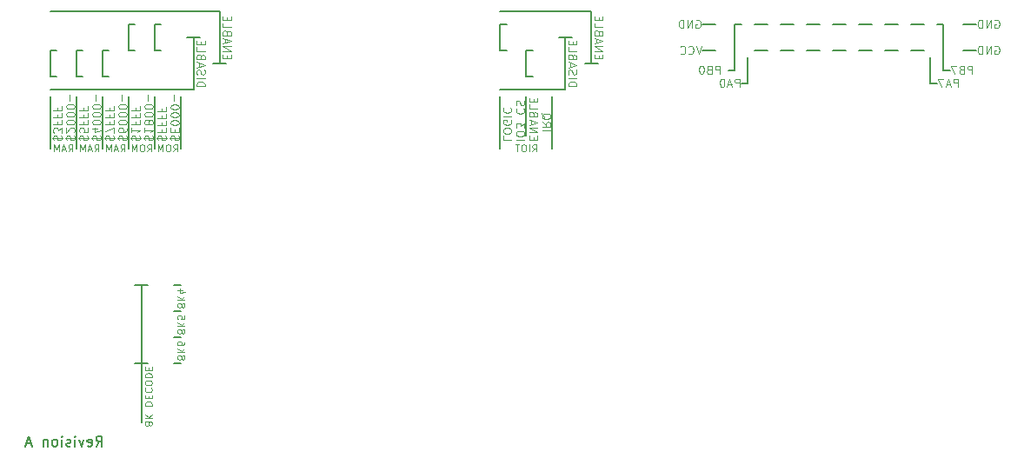
<source format=gbo>
G04 #@! TF.FileFunction,Legend,Bot*
%FSLAX46Y46*%
G04 Gerber Fmt 4.6, Leading zero omitted, Abs format (unit mm)*
G04 Created by KiCad (PCBNEW 4.0.7) date 09/22/19 17:36:09*
%MOMM*%
%LPD*%
G01*
G04 APERTURE LIST*
%ADD10C,0.100000*%
%ADD11C,0.200000*%
%ADD12C,0.150000*%
G04 APERTURE END LIST*
D10*
D11*
X103505000Y-128905000D02*
X102870000Y-128905000D01*
X103505000Y-128905000D02*
X104140000Y-128905000D01*
X106680000Y-128905000D02*
X107315000Y-128905000D01*
X106680000Y-123825000D02*
X107315000Y-123825000D01*
X106680000Y-121285000D02*
X107315000Y-121285000D01*
X106680000Y-126365000D02*
X107315000Y-126365000D01*
X103505000Y-134620000D02*
X103505000Y-121285000D01*
D10*
X104223333Y-134813332D02*
X104256667Y-134879999D01*
X104290000Y-134913332D01*
X104356667Y-134946666D01*
X104390000Y-134946666D01*
X104456667Y-134913332D01*
X104490000Y-134879999D01*
X104523333Y-134813332D01*
X104523333Y-134679999D01*
X104490000Y-134613332D01*
X104456667Y-134579999D01*
X104390000Y-134546666D01*
X104356667Y-134546666D01*
X104290000Y-134579999D01*
X104256667Y-134613332D01*
X104223333Y-134679999D01*
X104223333Y-134813332D01*
X104190000Y-134879999D01*
X104156667Y-134913332D01*
X104090000Y-134946666D01*
X103956667Y-134946666D01*
X103890000Y-134913332D01*
X103856667Y-134879999D01*
X103823333Y-134813332D01*
X103823333Y-134679999D01*
X103856667Y-134613332D01*
X103890000Y-134579999D01*
X103956667Y-134546666D01*
X104090000Y-134546666D01*
X104156667Y-134579999D01*
X104190000Y-134613332D01*
X104223333Y-134679999D01*
X103823333Y-134246665D02*
X104523333Y-134246665D01*
X103823333Y-133846665D02*
X104223333Y-134146665D01*
X104523333Y-133846665D02*
X104123333Y-134246665D01*
X103823333Y-133013332D02*
X104523333Y-133013332D01*
X104523333Y-132846666D01*
X104490000Y-132746666D01*
X104423333Y-132679999D01*
X104356667Y-132646666D01*
X104223333Y-132613332D01*
X104123333Y-132613332D01*
X103990000Y-132646666D01*
X103923333Y-132679999D01*
X103856667Y-132746666D01*
X103823333Y-132846666D01*
X103823333Y-133013332D01*
X104190000Y-132313332D02*
X104190000Y-132079999D01*
X103823333Y-131979999D02*
X103823333Y-132313332D01*
X104523333Y-132313332D01*
X104523333Y-131979999D01*
X103890000Y-131279999D02*
X103856667Y-131313333D01*
X103823333Y-131413333D01*
X103823333Y-131479999D01*
X103856667Y-131579999D01*
X103923333Y-131646666D01*
X103990000Y-131679999D01*
X104123333Y-131713333D01*
X104223333Y-131713333D01*
X104356667Y-131679999D01*
X104423333Y-131646666D01*
X104490000Y-131579999D01*
X104523333Y-131479999D01*
X104523333Y-131413333D01*
X104490000Y-131313333D01*
X104456667Y-131279999D01*
X104523333Y-130846666D02*
X104523333Y-130713333D01*
X104490000Y-130646666D01*
X104423333Y-130579999D01*
X104290000Y-130546666D01*
X104056667Y-130546666D01*
X103923333Y-130579999D01*
X103856667Y-130646666D01*
X103823333Y-130713333D01*
X103823333Y-130846666D01*
X103856667Y-130913333D01*
X103923333Y-130979999D01*
X104056667Y-131013333D01*
X104290000Y-131013333D01*
X104423333Y-130979999D01*
X104490000Y-130913333D01*
X104523333Y-130846666D01*
X103823333Y-130246666D02*
X104523333Y-130246666D01*
X104523333Y-130080000D01*
X104490000Y-129980000D01*
X104423333Y-129913333D01*
X104356667Y-129880000D01*
X104223333Y-129846666D01*
X104123333Y-129846666D01*
X103990000Y-129880000D01*
X103923333Y-129913333D01*
X103856667Y-129980000D01*
X103823333Y-130080000D01*
X103823333Y-130246666D01*
X104190000Y-129546666D02*
X104190000Y-129313333D01*
X103823333Y-129213333D02*
X103823333Y-129546666D01*
X104523333Y-129546666D01*
X104523333Y-129213333D01*
D11*
X104140000Y-121285000D02*
X102870000Y-121285000D01*
D10*
X107398333Y-128385000D02*
X107431667Y-128451667D01*
X107465000Y-128485000D01*
X107531667Y-128518334D01*
X107565000Y-128518334D01*
X107631667Y-128485000D01*
X107665000Y-128451667D01*
X107698333Y-128385000D01*
X107698333Y-128251667D01*
X107665000Y-128185000D01*
X107631667Y-128151667D01*
X107565000Y-128118334D01*
X107531667Y-128118334D01*
X107465000Y-128151667D01*
X107431667Y-128185000D01*
X107398333Y-128251667D01*
X107398333Y-128385000D01*
X107365000Y-128451667D01*
X107331667Y-128485000D01*
X107265000Y-128518334D01*
X107131667Y-128518334D01*
X107065000Y-128485000D01*
X107031667Y-128451667D01*
X106998333Y-128385000D01*
X106998333Y-128251667D01*
X107031667Y-128185000D01*
X107065000Y-128151667D01*
X107131667Y-128118334D01*
X107265000Y-128118334D01*
X107331667Y-128151667D01*
X107365000Y-128185000D01*
X107398333Y-128251667D01*
X106998333Y-127818333D02*
X107698333Y-127818333D01*
X106998333Y-127418333D02*
X107398333Y-127718333D01*
X107698333Y-127418333D02*
X107298333Y-127818333D01*
X107698333Y-126818333D02*
X107698333Y-126951667D01*
X107665000Y-127018333D01*
X107631667Y-127051667D01*
X107531667Y-127118333D01*
X107398333Y-127151667D01*
X107131667Y-127151667D01*
X107065000Y-127118333D01*
X107031667Y-127085000D01*
X106998333Y-127018333D01*
X106998333Y-126885000D01*
X107031667Y-126818333D01*
X107065000Y-126785000D01*
X107131667Y-126751667D01*
X107298333Y-126751667D01*
X107365000Y-126785000D01*
X107398333Y-126818333D01*
X107431667Y-126885000D01*
X107431667Y-127018333D01*
X107398333Y-127085000D01*
X107365000Y-127118333D01*
X107298333Y-127151667D01*
X107398333Y-125845000D02*
X107431667Y-125911667D01*
X107465000Y-125945000D01*
X107531667Y-125978334D01*
X107565000Y-125978334D01*
X107631667Y-125945000D01*
X107665000Y-125911667D01*
X107698333Y-125845000D01*
X107698333Y-125711667D01*
X107665000Y-125645000D01*
X107631667Y-125611667D01*
X107565000Y-125578334D01*
X107531667Y-125578334D01*
X107465000Y-125611667D01*
X107431667Y-125645000D01*
X107398333Y-125711667D01*
X107398333Y-125845000D01*
X107365000Y-125911667D01*
X107331667Y-125945000D01*
X107265000Y-125978334D01*
X107131667Y-125978334D01*
X107065000Y-125945000D01*
X107031667Y-125911667D01*
X106998333Y-125845000D01*
X106998333Y-125711667D01*
X107031667Y-125645000D01*
X107065000Y-125611667D01*
X107131667Y-125578334D01*
X107265000Y-125578334D01*
X107331667Y-125611667D01*
X107365000Y-125645000D01*
X107398333Y-125711667D01*
X106998333Y-125278333D02*
X107698333Y-125278333D01*
X106998333Y-124878333D02*
X107398333Y-125178333D01*
X107698333Y-124878333D02*
X107298333Y-125278333D01*
X107698333Y-124245000D02*
X107698333Y-124578333D01*
X107365000Y-124611667D01*
X107398333Y-124578333D01*
X107431667Y-124511667D01*
X107431667Y-124345000D01*
X107398333Y-124278333D01*
X107365000Y-124245000D01*
X107298333Y-124211667D01*
X107131667Y-124211667D01*
X107065000Y-124245000D01*
X107031667Y-124278333D01*
X106998333Y-124345000D01*
X106998333Y-124511667D01*
X107031667Y-124578333D01*
X107065000Y-124611667D01*
X107398333Y-123305000D02*
X107431667Y-123371667D01*
X107465000Y-123405000D01*
X107531667Y-123438334D01*
X107565000Y-123438334D01*
X107631667Y-123405000D01*
X107665000Y-123371667D01*
X107698333Y-123305000D01*
X107698333Y-123171667D01*
X107665000Y-123105000D01*
X107631667Y-123071667D01*
X107565000Y-123038334D01*
X107531667Y-123038334D01*
X107465000Y-123071667D01*
X107431667Y-123105000D01*
X107398333Y-123171667D01*
X107398333Y-123305000D01*
X107365000Y-123371667D01*
X107331667Y-123405000D01*
X107265000Y-123438334D01*
X107131667Y-123438334D01*
X107065000Y-123405000D01*
X107031667Y-123371667D01*
X106998333Y-123305000D01*
X106998333Y-123171667D01*
X107031667Y-123105000D01*
X107065000Y-123071667D01*
X107131667Y-123038334D01*
X107265000Y-123038334D01*
X107331667Y-123071667D01*
X107365000Y-123105000D01*
X107398333Y-123171667D01*
X106998333Y-122738333D02*
X107698333Y-122738333D01*
X106998333Y-122338333D02*
X107398333Y-122638333D01*
X107698333Y-122338333D02*
X107298333Y-122738333D01*
X107465000Y-121738333D02*
X106998333Y-121738333D01*
X107731667Y-121905000D02*
X107231667Y-122071667D01*
X107231667Y-121638333D01*
D11*
X102235000Y-95885000D02*
X102870000Y-95885000D01*
X102235000Y-98425000D02*
X102235000Y-95885000D01*
X102870000Y-98425000D02*
X102235000Y-98425000D01*
X104775000Y-98425000D02*
X105410000Y-98425000D01*
X104775000Y-95885000D02*
X104775000Y-98425000D01*
X105410000Y-95885000D02*
X104775000Y-95885000D01*
D10*
X138703095Y-106743571D02*
X138703095Y-107124524D01*
X139503095Y-107124524D01*
X139503095Y-106324524D02*
X139503095Y-106172143D01*
X139465000Y-106095952D01*
X139388810Y-106019762D01*
X139236429Y-105981667D01*
X138969762Y-105981667D01*
X138817381Y-106019762D01*
X138741190Y-106095952D01*
X138703095Y-106172143D01*
X138703095Y-106324524D01*
X138741190Y-106400714D01*
X138817381Y-106476905D01*
X138969762Y-106515000D01*
X139236429Y-106515000D01*
X139388810Y-106476905D01*
X139465000Y-106400714D01*
X139503095Y-106324524D01*
X139465000Y-105219762D02*
X139503095Y-105295953D01*
X139503095Y-105410238D01*
X139465000Y-105524524D01*
X139388810Y-105600715D01*
X139312619Y-105638810D01*
X139160238Y-105676905D01*
X139045952Y-105676905D01*
X138893571Y-105638810D01*
X138817381Y-105600715D01*
X138741190Y-105524524D01*
X138703095Y-105410238D01*
X138703095Y-105334048D01*
X138741190Y-105219762D01*
X138779286Y-105181667D01*
X139045952Y-105181667D01*
X139045952Y-105334048D01*
X138703095Y-104838810D02*
X139503095Y-104838810D01*
X138779286Y-104000715D02*
X138741190Y-104038810D01*
X138703095Y-104153096D01*
X138703095Y-104229286D01*
X138741190Y-104343572D01*
X138817381Y-104419763D01*
X138893571Y-104457858D01*
X139045952Y-104495953D01*
X139160238Y-104495953D01*
X139312619Y-104457858D01*
X139388810Y-104419763D01*
X139465000Y-104343572D01*
X139503095Y-104229286D01*
X139503095Y-104153096D01*
X139465000Y-104038810D01*
X139426905Y-104000715D01*
D11*
X140970000Y-106680000D02*
X140970000Y-102870000D01*
X143510000Y-107950000D02*
X143510000Y-102870000D01*
X138430000Y-107950000D02*
X138430000Y-102870000D01*
D10*
X142513095Y-106229047D02*
X143313095Y-106229047D01*
X142513095Y-105390952D02*
X142894048Y-105657619D01*
X142513095Y-105848095D02*
X143313095Y-105848095D01*
X143313095Y-105543333D01*
X143275000Y-105467142D01*
X143236905Y-105429047D01*
X143160714Y-105390952D01*
X143046429Y-105390952D01*
X142970238Y-105429047D01*
X142932143Y-105467142D01*
X142894048Y-105543333D01*
X142894048Y-105848095D01*
X142436905Y-104514761D02*
X142475000Y-104590952D01*
X142551190Y-104667142D01*
X142665476Y-104781428D01*
X142703571Y-104857619D01*
X142703571Y-104933809D01*
X142513095Y-104895714D02*
X142551190Y-104971904D01*
X142627381Y-105048095D01*
X142779762Y-105086190D01*
X143046429Y-105086190D01*
X143198810Y-105048095D01*
X143275000Y-104971904D01*
X143313095Y-104895714D01*
X143313095Y-104743333D01*
X143275000Y-104667142D01*
X143198810Y-104590952D01*
X143046429Y-104552857D01*
X142779762Y-104552857D01*
X142627381Y-104590952D01*
X142551190Y-104667142D01*
X142513095Y-104743333D01*
X142513095Y-104895714D01*
X143451000Y-106419523D02*
X143451000Y-104400476D01*
X141553332Y-108266667D02*
X141786666Y-107933333D01*
X141953332Y-108266667D02*
X141953332Y-107566667D01*
X141686666Y-107566667D01*
X141619999Y-107600000D01*
X141586666Y-107633333D01*
X141553332Y-107700000D01*
X141553332Y-107800000D01*
X141586666Y-107866667D01*
X141619999Y-107900000D01*
X141686666Y-107933333D01*
X141953332Y-107933333D01*
X141253332Y-108266667D02*
X141253332Y-107566667D01*
X140786666Y-107566667D02*
X140653333Y-107566667D01*
X140586666Y-107600000D01*
X140519999Y-107666667D01*
X140486666Y-107800000D01*
X140486666Y-108033333D01*
X140519999Y-108166667D01*
X140586666Y-108233333D01*
X140653333Y-108266667D01*
X140786666Y-108266667D01*
X140853333Y-108233333D01*
X140919999Y-108166667D01*
X140953333Y-108033333D01*
X140953333Y-107800000D01*
X140919999Y-107666667D01*
X140853333Y-107600000D01*
X140786666Y-107566667D01*
X140286666Y-107566667D02*
X139886666Y-107566667D01*
X140086666Y-108266667D02*
X140086666Y-107566667D01*
D11*
X107315000Y-102870000D02*
X107315000Y-107950000D01*
D10*
X106594999Y-108266667D02*
X106828333Y-107933333D01*
X106994999Y-108266667D02*
X106994999Y-107566667D01*
X106728333Y-107566667D01*
X106661666Y-107600000D01*
X106628333Y-107633333D01*
X106594999Y-107700000D01*
X106594999Y-107800000D01*
X106628333Y-107866667D01*
X106661666Y-107900000D01*
X106728333Y-107933333D01*
X106994999Y-107933333D01*
X106161666Y-107566667D02*
X106028333Y-107566667D01*
X105961666Y-107600000D01*
X105894999Y-107666667D01*
X105861666Y-107800000D01*
X105861666Y-108033333D01*
X105894999Y-108166667D01*
X105961666Y-108233333D01*
X106028333Y-108266667D01*
X106161666Y-108266667D01*
X106228333Y-108233333D01*
X106294999Y-108166667D01*
X106328333Y-108033333D01*
X106328333Y-107800000D01*
X106294999Y-107666667D01*
X106228333Y-107600000D01*
X106161666Y-107566667D01*
X105561666Y-108266667D02*
X105561666Y-107566667D01*
X105328333Y-108066667D01*
X105095000Y-107566667D01*
X105095000Y-108266667D01*
X105086190Y-107162619D02*
X105048095Y-107048333D01*
X105048095Y-106857857D01*
X105086190Y-106781667D01*
X105124286Y-106743571D01*
X105200476Y-106705476D01*
X105276667Y-106705476D01*
X105352857Y-106743571D01*
X105390952Y-106781667D01*
X105429048Y-106857857D01*
X105467143Y-107010238D01*
X105505238Y-107086429D01*
X105543333Y-107124524D01*
X105619524Y-107162619D01*
X105695714Y-107162619D01*
X105771905Y-107124524D01*
X105810000Y-107086429D01*
X105848095Y-107010238D01*
X105848095Y-106819762D01*
X105810000Y-106705476D01*
X105962381Y-106934048D02*
X104933810Y-106934048D01*
X105467143Y-106095952D02*
X105467143Y-106362619D01*
X105048095Y-106362619D02*
X105848095Y-106362619D01*
X105848095Y-105981666D01*
X105467143Y-105410238D02*
X105467143Y-105676905D01*
X105048095Y-105676905D02*
X105848095Y-105676905D01*
X105848095Y-105295952D01*
X105467143Y-104724524D02*
X105467143Y-104991191D01*
X105048095Y-104991191D02*
X105848095Y-104991191D01*
X105848095Y-104610238D01*
X105467143Y-104038810D02*
X105467143Y-104305477D01*
X105048095Y-104305477D02*
X105848095Y-104305477D01*
X105848095Y-103924524D01*
X106356190Y-107162619D02*
X106318095Y-107048333D01*
X106318095Y-106857857D01*
X106356190Y-106781667D01*
X106394286Y-106743571D01*
X106470476Y-106705476D01*
X106546667Y-106705476D01*
X106622857Y-106743571D01*
X106660952Y-106781667D01*
X106699048Y-106857857D01*
X106737143Y-107010238D01*
X106775238Y-107086429D01*
X106813333Y-107124524D01*
X106889524Y-107162619D01*
X106965714Y-107162619D01*
X107041905Y-107124524D01*
X107080000Y-107086429D01*
X107118095Y-107010238D01*
X107118095Y-106819762D01*
X107080000Y-106705476D01*
X107232381Y-106934048D02*
X106203810Y-106934048D01*
X106737143Y-106362619D02*
X106737143Y-106095952D01*
X106318095Y-105981666D02*
X106318095Y-106362619D01*
X107118095Y-106362619D01*
X107118095Y-105981666D01*
X107118095Y-105486428D02*
X107118095Y-105410237D01*
X107080000Y-105334047D01*
X107041905Y-105295952D01*
X106965714Y-105257856D01*
X106813333Y-105219761D01*
X106622857Y-105219761D01*
X106470476Y-105257856D01*
X106394286Y-105295952D01*
X106356190Y-105334047D01*
X106318095Y-105410237D01*
X106318095Y-105486428D01*
X106356190Y-105562618D01*
X106394286Y-105600714D01*
X106470476Y-105638809D01*
X106622857Y-105676904D01*
X106813333Y-105676904D01*
X106965714Y-105638809D01*
X107041905Y-105600714D01*
X107080000Y-105562618D01*
X107118095Y-105486428D01*
X107118095Y-104724523D02*
X107118095Y-104648332D01*
X107080000Y-104572142D01*
X107041905Y-104534047D01*
X106965714Y-104495951D01*
X106813333Y-104457856D01*
X106622857Y-104457856D01*
X106470476Y-104495951D01*
X106394286Y-104534047D01*
X106356190Y-104572142D01*
X106318095Y-104648332D01*
X106318095Y-104724523D01*
X106356190Y-104800713D01*
X106394286Y-104838809D01*
X106470476Y-104876904D01*
X106622857Y-104914999D01*
X106813333Y-104914999D01*
X106965714Y-104876904D01*
X107041905Y-104838809D01*
X107080000Y-104800713D01*
X107118095Y-104724523D01*
X107118095Y-103962618D02*
X107118095Y-103886427D01*
X107080000Y-103810237D01*
X107041905Y-103772142D01*
X106965714Y-103734046D01*
X106813333Y-103695951D01*
X106622857Y-103695951D01*
X106470476Y-103734046D01*
X106394286Y-103772142D01*
X106356190Y-103810237D01*
X106318095Y-103886427D01*
X106318095Y-103962618D01*
X106356190Y-104038808D01*
X106394286Y-104076904D01*
X106470476Y-104114999D01*
X106622857Y-104153094D01*
X106813333Y-104153094D01*
X106965714Y-104114999D01*
X107041905Y-104076904D01*
X107080000Y-104038808D01*
X107118095Y-103962618D01*
X106622857Y-103353094D02*
X106622857Y-102743570D01*
D11*
X108585000Y-102235000D02*
X94615000Y-102235000D01*
X111125000Y-94615000D02*
X94615000Y-94615000D01*
X104775000Y-102870000D02*
X104775000Y-107950000D01*
X102235000Y-107950000D02*
X102235000Y-102870000D01*
X99695000Y-102870000D02*
X99695000Y-107950000D01*
X97155000Y-107950000D02*
X97155000Y-102870000D01*
X94615000Y-107950000D02*
X94615000Y-102870000D01*
D10*
X104054999Y-108266667D02*
X104288333Y-107933333D01*
X104454999Y-108266667D02*
X104454999Y-107566667D01*
X104188333Y-107566667D01*
X104121666Y-107600000D01*
X104088333Y-107633333D01*
X104054999Y-107700000D01*
X104054999Y-107800000D01*
X104088333Y-107866667D01*
X104121666Y-107900000D01*
X104188333Y-107933333D01*
X104454999Y-107933333D01*
X103621666Y-107566667D02*
X103488333Y-107566667D01*
X103421666Y-107600000D01*
X103354999Y-107666667D01*
X103321666Y-107800000D01*
X103321666Y-108033333D01*
X103354999Y-108166667D01*
X103421666Y-108233333D01*
X103488333Y-108266667D01*
X103621666Y-108266667D01*
X103688333Y-108233333D01*
X103754999Y-108166667D01*
X103788333Y-108033333D01*
X103788333Y-107800000D01*
X103754999Y-107666667D01*
X103688333Y-107600000D01*
X103621666Y-107566667D01*
X103021666Y-108266667D02*
X103021666Y-107566667D01*
X102788333Y-108066667D01*
X102555000Y-107566667D01*
X102555000Y-108266667D01*
X101448333Y-108266667D02*
X101681667Y-107933333D01*
X101848333Y-108266667D02*
X101848333Y-107566667D01*
X101581667Y-107566667D01*
X101515000Y-107600000D01*
X101481667Y-107633333D01*
X101448333Y-107700000D01*
X101448333Y-107800000D01*
X101481667Y-107866667D01*
X101515000Y-107900000D01*
X101581667Y-107933333D01*
X101848333Y-107933333D01*
X101181667Y-108066667D02*
X100848333Y-108066667D01*
X101248333Y-108266667D02*
X101015000Y-107566667D01*
X100781667Y-108266667D01*
X100548333Y-108266667D02*
X100548333Y-107566667D01*
X100315000Y-108066667D01*
X100081667Y-107566667D01*
X100081667Y-108266667D01*
X98908333Y-108266667D02*
X99141667Y-107933333D01*
X99308333Y-108266667D02*
X99308333Y-107566667D01*
X99041667Y-107566667D01*
X98975000Y-107600000D01*
X98941667Y-107633333D01*
X98908333Y-107700000D01*
X98908333Y-107800000D01*
X98941667Y-107866667D01*
X98975000Y-107900000D01*
X99041667Y-107933333D01*
X99308333Y-107933333D01*
X98641667Y-108066667D02*
X98308333Y-108066667D01*
X98708333Y-108266667D02*
X98475000Y-107566667D01*
X98241667Y-108266667D01*
X98008333Y-108266667D02*
X98008333Y-107566667D01*
X97775000Y-108066667D01*
X97541667Y-107566667D01*
X97541667Y-108266667D01*
X96368333Y-108266667D02*
X96601667Y-107933333D01*
X96768333Y-108266667D02*
X96768333Y-107566667D01*
X96501667Y-107566667D01*
X96435000Y-107600000D01*
X96401667Y-107633333D01*
X96368333Y-107700000D01*
X96368333Y-107800000D01*
X96401667Y-107866667D01*
X96435000Y-107900000D01*
X96501667Y-107933333D01*
X96768333Y-107933333D01*
X96101667Y-108066667D02*
X95768333Y-108066667D01*
X96168333Y-108266667D02*
X95935000Y-107566667D01*
X95701667Y-108266667D01*
X95468333Y-108266667D02*
X95468333Y-107566667D01*
X95235000Y-108066667D01*
X95001667Y-107566667D01*
X95001667Y-108266667D01*
X102546190Y-107162619D02*
X102508095Y-107048333D01*
X102508095Y-106857857D01*
X102546190Y-106781667D01*
X102584286Y-106743571D01*
X102660476Y-106705476D01*
X102736667Y-106705476D01*
X102812857Y-106743571D01*
X102850952Y-106781667D01*
X102889048Y-106857857D01*
X102927143Y-107010238D01*
X102965238Y-107086429D01*
X103003333Y-107124524D01*
X103079524Y-107162619D01*
X103155714Y-107162619D01*
X103231905Y-107124524D01*
X103270000Y-107086429D01*
X103308095Y-107010238D01*
X103308095Y-106819762D01*
X103270000Y-106705476D01*
X103422381Y-106934048D02*
X102393810Y-106934048D01*
X102508095Y-105943571D02*
X102508095Y-106400714D01*
X102508095Y-106172143D02*
X103308095Y-106172143D01*
X103193810Y-106248333D01*
X103117619Y-106324524D01*
X103079524Y-106400714D01*
X102927143Y-105334047D02*
X102927143Y-105600714D01*
X102508095Y-105600714D02*
X103308095Y-105600714D01*
X103308095Y-105219761D01*
X102927143Y-104648333D02*
X102927143Y-104915000D01*
X102508095Y-104915000D02*
X103308095Y-104915000D01*
X103308095Y-104534047D01*
X102927143Y-103962619D02*
X102927143Y-104229286D01*
X102508095Y-104229286D02*
X103308095Y-104229286D01*
X103308095Y-103848333D01*
X103816190Y-107162619D02*
X103778095Y-107048333D01*
X103778095Y-106857857D01*
X103816190Y-106781667D01*
X103854286Y-106743571D01*
X103930476Y-106705476D01*
X104006667Y-106705476D01*
X104082857Y-106743571D01*
X104120952Y-106781667D01*
X104159048Y-106857857D01*
X104197143Y-107010238D01*
X104235238Y-107086429D01*
X104273333Y-107124524D01*
X104349524Y-107162619D01*
X104425714Y-107162619D01*
X104501905Y-107124524D01*
X104540000Y-107086429D01*
X104578095Y-107010238D01*
X104578095Y-106819762D01*
X104540000Y-106705476D01*
X104692381Y-106934048D02*
X103663810Y-106934048D01*
X103778095Y-105943571D02*
X103778095Y-106400714D01*
X103778095Y-106172143D02*
X104578095Y-106172143D01*
X104463810Y-106248333D01*
X104387619Y-106324524D01*
X104349524Y-106400714D01*
X104235238Y-105486428D02*
X104273333Y-105562619D01*
X104311429Y-105600714D01*
X104387619Y-105638809D01*
X104425714Y-105638809D01*
X104501905Y-105600714D01*
X104540000Y-105562619D01*
X104578095Y-105486428D01*
X104578095Y-105334047D01*
X104540000Y-105257857D01*
X104501905Y-105219761D01*
X104425714Y-105181666D01*
X104387619Y-105181666D01*
X104311429Y-105219761D01*
X104273333Y-105257857D01*
X104235238Y-105334047D01*
X104235238Y-105486428D01*
X104197143Y-105562619D01*
X104159048Y-105600714D01*
X104082857Y-105638809D01*
X103930476Y-105638809D01*
X103854286Y-105600714D01*
X103816190Y-105562619D01*
X103778095Y-105486428D01*
X103778095Y-105334047D01*
X103816190Y-105257857D01*
X103854286Y-105219761D01*
X103930476Y-105181666D01*
X104082857Y-105181666D01*
X104159048Y-105219761D01*
X104197143Y-105257857D01*
X104235238Y-105334047D01*
X104578095Y-104686428D02*
X104578095Y-104610237D01*
X104540000Y-104534047D01*
X104501905Y-104495952D01*
X104425714Y-104457856D01*
X104273333Y-104419761D01*
X104082857Y-104419761D01*
X103930476Y-104457856D01*
X103854286Y-104495952D01*
X103816190Y-104534047D01*
X103778095Y-104610237D01*
X103778095Y-104686428D01*
X103816190Y-104762618D01*
X103854286Y-104800714D01*
X103930476Y-104838809D01*
X104082857Y-104876904D01*
X104273333Y-104876904D01*
X104425714Y-104838809D01*
X104501905Y-104800714D01*
X104540000Y-104762618D01*
X104578095Y-104686428D01*
X104578095Y-103924523D02*
X104578095Y-103848332D01*
X104540000Y-103772142D01*
X104501905Y-103734047D01*
X104425714Y-103695951D01*
X104273333Y-103657856D01*
X104082857Y-103657856D01*
X103930476Y-103695951D01*
X103854286Y-103734047D01*
X103816190Y-103772142D01*
X103778095Y-103848332D01*
X103778095Y-103924523D01*
X103816190Y-104000713D01*
X103854286Y-104038809D01*
X103930476Y-104076904D01*
X104082857Y-104114999D01*
X104273333Y-104114999D01*
X104425714Y-104076904D01*
X104501905Y-104038809D01*
X104540000Y-104000713D01*
X104578095Y-103924523D01*
X104082857Y-103314999D02*
X104082857Y-102705475D01*
D12*
X99075000Y-136977381D02*
X99408334Y-136501190D01*
X99646429Y-136977381D02*
X99646429Y-135977381D01*
X99265476Y-135977381D01*
X99170238Y-136025000D01*
X99122619Y-136072619D01*
X99075000Y-136167857D01*
X99075000Y-136310714D01*
X99122619Y-136405952D01*
X99170238Y-136453571D01*
X99265476Y-136501190D01*
X99646429Y-136501190D01*
X98265476Y-136929762D02*
X98360714Y-136977381D01*
X98551191Y-136977381D01*
X98646429Y-136929762D01*
X98694048Y-136834524D01*
X98694048Y-136453571D01*
X98646429Y-136358333D01*
X98551191Y-136310714D01*
X98360714Y-136310714D01*
X98265476Y-136358333D01*
X98217857Y-136453571D01*
X98217857Y-136548810D01*
X98694048Y-136644048D01*
X97884524Y-136310714D02*
X97646429Y-136977381D01*
X97408333Y-136310714D01*
X97027381Y-136977381D02*
X97027381Y-136310714D01*
X97027381Y-135977381D02*
X97075000Y-136025000D01*
X97027381Y-136072619D01*
X96979762Y-136025000D01*
X97027381Y-135977381D01*
X97027381Y-136072619D01*
X96598810Y-136929762D02*
X96503572Y-136977381D01*
X96313096Y-136977381D01*
X96217857Y-136929762D01*
X96170238Y-136834524D01*
X96170238Y-136786905D01*
X96217857Y-136691667D01*
X96313096Y-136644048D01*
X96455953Y-136644048D01*
X96551191Y-136596429D01*
X96598810Y-136501190D01*
X96598810Y-136453571D01*
X96551191Y-136358333D01*
X96455953Y-136310714D01*
X96313096Y-136310714D01*
X96217857Y-136358333D01*
X95741667Y-136977381D02*
X95741667Y-136310714D01*
X95741667Y-135977381D02*
X95789286Y-136025000D01*
X95741667Y-136072619D01*
X95694048Y-136025000D01*
X95741667Y-135977381D01*
X95741667Y-136072619D01*
X95122620Y-136977381D02*
X95217858Y-136929762D01*
X95265477Y-136882143D01*
X95313096Y-136786905D01*
X95313096Y-136501190D01*
X95265477Y-136405952D01*
X95217858Y-136358333D01*
X95122620Y-136310714D01*
X94979762Y-136310714D01*
X94884524Y-136358333D01*
X94836905Y-136405952D01*
X94789286Y-136501190D01*
X94789286Y-136786905D01*
X94836905Y-136882143D01*
X94884524Y-136929762D01*
X94979762Y-136977381D01*
X95122620Y-136977381D01*
X94360715Y-136310714D02*
X94360715Y-136977381D01*
X94360715Y-136405952D02*
X94313096Y-136358333D01*
X94217858Y-136310714D01*
X94075000Y-136310714D01*
X93979762Y-136358333D01*
X93932143Y-136453571D01*
X93932143Y-136977381D01*
X92741667Y-136691667D02*
X92265476Y-136691667D01*
X92836905Y-136977381D02*
X92503572Y-135977381D01*
X92170238Y-136977381D01*
D10*
X141662143Y-107124524D02*
X141662143Y-106857857D01*
X141243095Y-106743571D02*
X141243095Y-107124524D01*
X142043095Y-107124524D01*
X142043095Y-106743571D01*
X141243095Y-106400714D02*
X142043095Y-106400714D01*
X141243095Y-105943571D01*
X142043095Y-105943571D01*
X141471667Y-105600714D02*
X141471667Y-105219762D01*
X141243095Y-105676905D02*
X142043095Y-105410238D01*
X141243095Y-105143571D01*
X141662143Y-104610238D02*
X141624048Y-104495952D01*
X141585952Y-104457857D01*
X141509762Y-104419762D01*
X141395476Y-104419762D01*
X141319286Y-104457857D01*
X141281190Y-104495952D01*
X141243095Y-104572143D01*
X141243095Y-104876905D01*
X142043095Y-104876905D01*
X142043095Y-104610238D01*
X142005000Y-104534048D01*
X141966905Y-104495952D01*
X141890714Y-104457857D01*
X141814524Y-104457857D01*
X141738333Y-104495952D01*
X141700238Y-104534048D01*
X141662143Y-104610238D01*
X141662143Y-104876905D01*
X141243095Y-103695952D02*
X141243095Y-104076905D01*
X142043095Y-104076905D01*
X141662143Y-103429286D02*
X141662143Y-103162619D01*
X141243095Y-103048333D02*
X141243095Y-103429286D01*
X142043095Y-103429286D01*
X142043095Y-103048333D01*
X139973095Y-107124524D02*
X140773095Y-107124524D01*
X140773095Y-106591191D02*
X140773095Y-106438810D01*
X140735000Y-106362619D01*
X140658810Y-106286429D01*
X140506429Y-106248334D01*
X140239762Y-106248334D01*
X140087381Y-106286429D01*
X140011190Y-106362619D01*
X139973095Y-106438810D01*
X139973095Y-106591191D01*
X140011190Y-106667381D01*
X140087381Y-106743572D01*
X140239762Y-106781667D01*
X140506429Y-106781667D01*
X140658810Y-106743572D01*
X140735000Y-106667381D01*
X140773095Y-106591191D01*
X140773095Y-105981667D02*
X140773095Y-105486429D01*
X140468333Y-105753096D01*
X140468333Y-105638810D01*
X140430238Y-105562620D01*
X140392143Y-105524524D01*
X140315952Y-105486429D01*
X140125476Y-105486429D01*
X140049286Y-105524524D01*
X140011190Y-105562620D01*
X139973095Y-105638810D01*
X139973095Y-105867382D01*
X140011190Y-105943572D01*
X140049286Y-105981667D01*
X140049286Y-104076905D02*
X140011190Y-104115000D01*
X139973095Y-104229286D01*
X139973095Y-104305476D01*
X140011190Y-104419762D01*
X140087381Y-104495953D01*
X140163571Y-104534048D01*
X140315952Y-104572143D01*
X140430238Y-104572143D01*
X140582619Y-104534048D01*
X140658810Y-104495953D01*
X140735000Y-104419762D01*
X140773095Y-104305476D01*
X140773095Y-104229286D01*
X140735000Y-104115000D01*
X140696905Y-104076905D01*
X140011190Y-103772143D02*
X139973095Y-103657857D01*
X139973095Y-103467381D01*
X140011190Y-103391191D01*
X140049286Y-103353095D01*
X140125476Y-103315000D01*
X140201667Y-103315000D01*
X140277857Y-103353095D01*
X140315952Y-103391191D01*
X140354048Y-103467381D01*
X140392143Y-103619762D01*
X140430238Y-103695953D01*
X140468333Y-103734048D01*
X140544524Y-103772143D01*
X140620714Y-103772143D01*
X140696905Y-103734048D01*
X140735000Y-103695953D01*
X140773095Y-103619762D01*
X140773095Y-103429286D01*
X140735000Y-103315000D01*
X100006190Y-107162619D02*
X99968095Y-107048333D01*
X99968095Y-106857857D01*
X100006190Y-106781667D01*
X100044286Y-106743571D01*
X100120476Y-106705476D01*
X100196667Y-106705476D01*
X100272857Y-106743571D01*
X100310952Y-106781667D01*
X100349048Y-106857857D01*
X100387143Y-107010238D01*
X100425238Y-107086429D01*
X100463333Y-107124524D01*
X100539524Y-107162619D01*
X100615714Y-107162619D01*
X100691905Y-107124524D01*
X100730000Y-107086429D01*
X100768095Y-107010238D01*
X100768095Y-106819762D01*
X100730000Y-106705476D01*
X100882381Y-106934048D02*
X99853810Y-106934048D01*
X100768095Y-106438809D02*
X100768095Y-105905476D01*
X99968095Y-106248333D01*
X100387143Y-105334047D02*
X100387143Y-105600714D01*
X99968095Y-105600714D02*
X100768095Y-105600714D01*
X100768095Y-105219761D01*
X100387143Y-104648333D02*
X100387143Y-104915000D01*
X99968095Y-104915000D02*
X100768095Y-104915000D01*
X100768095Y-104534047D01*
X100387143Y-103962619D02*
X100387143Y-104229286D01*
X99968095Y-104229286D02*
X100768095Y-104229286D01*
X100768095Y-103848333D01*
X97466190Y-107162619D02*
X97428095Y-107048333D01*
X97428095Y-106857857D01*
X97466190Y-106781667D01*
X97504286Y-106743571D01*
X97580476Y-106705476D01*
X97656667Y-106705476D01*
X97732857Y-106743571D01*
X97770952Y-106781667D01*
X97809048Y-106857857D01*
X97847143Y-107010238D01*
X97885238Y-107086429D01*
X97923333Y-107124524D01*
X97999524Y-107162619D01*
X98075714Y-107162619D01*
X98151905Y-107124524D01*
X98190000Y-107086429D01*
X98228095Y-107010238D01*
X98228095Y-106819762D01*
X98190000Y-106705476D01*
X98342381Y-106934048D02*
X97313810Y-106934048D01*
X98228095Y-105981666D02*
X98228095Y-106362619D01*
X97847143Y-106400714D01*
X97885238Y-106362619D01*
X97923333Y-106286428D01*
X97923333Y-106095952D01*
X97885238Y-106019762D01*
X97847143Y-105981666D01*
X97770952Y-105943571D01*
X97580476Y-105943571D01*
X97504286Y-105981666D01*
X97466190Y-106019762D01*
X97428095Y-106095952D01*
X97428095Y-106286428D01*
X97466190Y-106362619D01*
X97504286Y-106400714D01*
X97847143Y-105334047D02*
X97847143Y-105600714D01*
X97428095Y-105600714D02*
X98228095Y-105600714D01*
X98228095Y-105219761D01*
X97847143Y-104648333D02*
X97847143Y-104915000D01*
X97428095Y-104915000D02*
X98228095Y-104915000D01*
X98228095Y-104534047D01*
X97847143Y-103962619D02*
X97847143Y-104229286D01*
X97428095Y-104229286D02*
X98228095Y-104229286D01*
X98228095Y-103848333D01*
X98736190Y-107162619D02*
X98698095Y-107048333D01*
X98698095Y-106857857D01*
X98736190Y-106781667D01*
X98774286Y-106743571D01*
X98850476Y-106705476D01*
X98926667Y-106705476D01*
X99002857Y-106743571D01*
X99040952Y-106781667D01*
X99079048Y-106857857D01*
X99117143Y-107010238D01*
X99155238Y-107086429D01*
X99193333Y-107124524D01*
X99269524Y-107162619D01*
X99345714Y-107162619D01*
X99421905Y-107124524D01*
X99460000Y-107086429D01*
X99498095Y-107010238D01*
X99498095Y-106819762D01*
X99460000Y-106705476D01*
X99612381Y-106934048D02*
X98583810Y-106934048D01*
X99231429Y-106019762D02*
X98698095Y-106019762D01*
X99536190Y-106210238D02*
X98964762Y-106400714D01*
X98964762Y-105905476D01*
X99498095Y-105448333D02*
X99498095Y-105372142D01*
X99460000Y-105295952D01*
X99421905Y-105257857D01*
X99345714Y-105219761D01*
X99193333Y-105181666D01*
X99002857Y-105181666D01*
X98850476Y-105219761D01*
X98774286Y-105257857D01*
X98736190Y-105295952D01*
X98698095Y-105372142D01*
X98698095Y-105448333D01*
X98736190Y-105524523D01*
X98774286Y-105562619D01*
X98850476Y-105600714D01*
X99002857Y-105638809D01*
X99193333Y-105638809D01*
X99345714Y-105600714D01*
X99421905Y-105562619D01*
X99460000Y-105524523D01*
X99498095Y-105448333D01*
X99498095Y-104686428D02*
X99498095Y-104610237D01*
X99460000Y-104534047D01*
X99421905Y-104495952D01*
X99345714Y-104457856D01*
X99193333Y-104419761D01*
X99002857Y-104419761D01*
X98850476Y-104457856D01*
X98774286Y-104495952D01*
X98736190Y-104534047D01*
X98698095Y-104610237D01*
X98698095Y-104686428D01*
X98736190Y-104762618D01*
X98774286Y-104800714D01*
X98850476Y-104838809D01*
X99002857Y-104876904D01*
X99193333Y-104876904D01*
X99345714Y-104838809D01*
X99421905Y-104800714D01*
X99460000Y-104762618D01*
X99498095Y-104686428D01*
X99498095Y-103924523D02*
X99498095Y-103848332D01*
X99460000Y-103772142D01*
X99421905Y-103734047D01*
X99345714Y-103695951D01*
X99193333Y-103657856D01*
X99002857Y-103657856D01*
X98850476Y-103695951D01*
X98774286Y-103734047D01*
X98736190Y-103772142D01*
X98698095Y-103848332D01*
X98698095Y-103924523D01*
X98736190Y-104000713D01*
X98774286Y-104038809D01*
X98850476Y-104076904D01*
X99002857Y-104114999D01*
X99193333Y-104114999D01*
X99345714Y-104076904D01*
X99421905Y-104038809D01*
X99460000Y-104000713D01*
X99498095Y-103924523D01*
X99002857Y-103314999D02*
X99002857Y-102705475D01*
X101276190Y-107162619D02*
X101238095Y-107048333D01*
X101238095Y-106857857D01*
X101276190Y-106781667D01*
X101314286Y-106743571D01*
X101390476Y-106705476D01*
X101466667Y-106705476D01*
X101542857Y-106743571D01*
X101580952Y-106781667D01*
X101619048Y-106857857D01*
X101657143Y-107010238D01*
X101695238Y-107086429D01*
X101733333Y-107124524D01*
X101809524Y-107162619D01*
X101885714Y-107162619D01*
X101961905Y-107124524D01*
X102000000Y-107086429D01*
X102038095Y-107010238D01*
X102038095Y-106819762D01*
X102000000Y-106705476D01*
X102152381Y-106934048D02*
X101123810Y-106934048D01*
X102038095Y-106019762D02*
X102038095Y-106172143D01*
X102000000Y-106248333D01*
X101961905Y-106286428D01*
X101847619Y-106362619D01*
X101695238Y-106400714D01*
X101390476Y-106400714D01*
X101314286Y-106362619D01*
X101276190Y-106324524D01*
X101238095Y-106248333D01*
X101238095Y-106095952D01*
X101276190Y-106019762D01*
X101314286Y-105981666D01*
X101390476Y-105943571D01*
X101580952Y-105943571D01*
X101657143Y-105981666D01*
X101695238Y-106019762D01*
X101733333Y-106095952D01*
X101733333Y-106248333D01*
X101695238Y-106324524D01*
X101657143Y-106362619D01*
X101580952Y-106400714D01*
X102038095Y-105448333D02*
X102038095Y-105372142D01*
X102000000Y-105295952D01*
X101961905Y-105257857D01*
X101885714Y-105219761D01*
X101733333Y-105181666D01*
X101542857Y-105181666D01*
X101390476Y-105219761D01*
X101314286Y-105257857D01*
X101276190Y-105295952D01*
X101238095Y-105372142D01*
X101238095Y-105448333D01*
X101276190Y-105524523D01*
X101314286Y-105562619D01*
X101390476Y-105600714D01*
X101542857Y-105638809D01*
X101733333Y-105638809D01*
X101885714Y-105600714D01*
X101961905Y-105562619D01*
X102000000Y-105524523D01*
X102038095Y-105448333D01*
X102038095Y-104686428D02*
X102038095Y-104610237D01*
X102000000Y-104534047D01*
X101961905Y-104495952D01*
X101885714Y-104457856D01*
X101733333Y-104419761D01*
X101542857Y-104419761D01*
X101390476Y-104457856D01*
X101314286Y-104495952D01*
X101276190Y-104534047D01*
X101238095Y-104610237D01*
X101238095Y-104686428D01*
X101276190Y-104762618D01*
X101314286Y-104800714D01*
X101390476Y-104838809D01*
X101542857Y-104876904D01*
X101733333Y-104876904D01*
X101885714Y-104838809D01*
X101961905Y-104800714D01*
X102000000Y-104762618D01*
X102038095Y-104686428D01*
X102038095Y-103924523D02*
X102038095Y-103848332D01*
X102000000Y-103772142D01*
X101961905Y-103734047D01*
X101885714Y-103695951D01*
X101733333Y-103657856D01*
X101542857Y-103657856D01*
X101390476Y-103695951D01*
X101314286Y-103734047D01*
X101276190Y-103772142D01*
X101238095Y-103848332D01*
X101238095Y-103924523D01*
X101276190Y-104000713D01*
X101314286Y-104038809D01*
X101390476Y-104076904D01*
X101542857Y-104114999D01*
X101733333Y-104114999D01*
X101885714Y-104076904D01*
X101961905Y-104038809D01*
X102000000Y-104000713D01*
X102038095Y-103924523D01*
X101542857Y-103314999D02*
X101542857Y-102705475D01*
X96196190Y-107162619D02*
X96158095Y-107048333D01*
X96158095Y-106857857D01*
X96196190Y-106781667D01*
X96234286Y-106743571D01*
X96310476Y-106705476D01*
X96386667Y-106705476D01*
X96462857Y-106743571D01*
X96500952Y-106781667D01*
X96539048Y-106857857D01*
X96577143Y-107010238D01*
X96615238Y-107086429D01*
X96653333Y-107124524D01*
X96729524Y-107162619D01*
X96805714Y-107162619D01*
X96881905Y-107124524D01*
X96920000Y-107086429D01*
X96958095Y-107010238D01*
X96958095Y-106819762D01*
X96920000Y-106705476D01*
X97072381Y-106934048D02*
X96043810Y-106934048D01*
X96881905Y-106400714D02*
X96920000Y-106362619D01*
X96958095Y-106286428D01*
X96958095Y-106095952D01*
X96920000Y-106019762D01*
X96881905Y-105981666D01*
X96805714Y-105943571D01*
X96729524Y-105943571D01*
X96615238Y-105981666D01*
X96158095Y-106438809D01*
X96158095Y-105943571D01*
X96958095Y-105448333D02*
X96958095Y-105372142D01*
X96920000Y-105295952D01*
X96881905Y-105257857D01*
X96805714Y-105219761D01*
X96653333Y-105181666D01*
X96462857Y-105181666D01*
X96310476Y-105219761D01*
X96234286Y-105257857D01*
X96196190Y-105295952D01*
X96158095Y-105372142D01*
X96158095Y-105448333D01*
X96196190Y-105524523D01*
X96234286Y-105562619D01*
X96310476Y-105600714D01*
X96462857Y-105638809D01*
X96653333Y-105638809D01*
X96805714Y-105600714D01*
X96881905Y-105562619D01*
X96920000Y-105524523D01*
X96958095Y-105448333D01*
X96958095Y-104686428D02*
X96958095Y-104610237D01*
X96920000Y-104534047D01*
X96881905Y-104495952D01*
X96805714Y-104457856D01*
X96653333Y-104419761D01*
X96462857Y-104419761D01*
X96310476Y-104457856D01*
X96234286Y-104495952D01*
X96196190Y-104534047D01*
X96158095Y-104610237D01*
X96158095Y-104686428D01*
X96196190Y-104762618D01*
X96234286Y-104800714D01*
X96310476Y-104838809D01*
X96462857Y-104876904D01*
X96653333Y-104876904D01*
X96805714Y-104838809D01*
X96881905Y-104800714D01*
X96920000Y-104762618D01*
X96958095Y-104686428D01*
X96958095Y-103924523D02*
X96958095Y-103848332D01*
X96920000Y-103772142D01*
X96881905Y-103734047D01*
X96805714Y-103695951D01*
X96653333Y-103657856D01*
X96462857Y-103657856D01*
X96310476Y-103695951D01*
X96234286Y-103734047D01*
X96196190Y-103772142D01*
X96158095Y-103848332D01*
X96158095Y-103924523D01*
X96196190Y-104000713D01*
X96234286Y-104038809D01*
X96310476Y-104076904D01*
X96462857Y-104114999D01*
X96653333Y-104114999D01*
X96805714Y-104076904D01*
X96881905Y-104038809D01*
X96920000Y-104000713D01*
X96958095Y-103924523D01*
X96462857Y-103314999D02*
X96462857Y-102705475D01*
X94926190Y-107162619D02*
X94888095Y-107048333D01*
X94888095Y-106857857D01*
X94926190Y-106781667D01*
X94964286Y-106743571D01*
X95040476Y-106705476D01*
X95116667Y-106705476D01*
X95192857Y-106743571D01*
X95230952Y-106781667D01*
X95269048Y-106857857D01*
X95307143Y-107010238D01*
X95345238Y-107086429D01*
X95383333Y-107124524D01*
X95459524Y-107162619D01*
X95535714Y-107162619D01*
X95611905Y-107124524D01*
X95650000Y-107086429D01*
X95688095Y-107010238D01*
X95688095Y-106819762D01*
X95650000Y-106705476D01*
X95802381Y-106934048D02*
X94773810Y-106934048D01*
X95688095Y-106438809D02*
X95688095Y-105943571D01*
X95383333Y-106210238D01*
X95383333Y-106095952D01*
X95345238Y-106019762D01*
X95307143Y-105981666D01*
X95230952Y-105943571D01*
X95040476Y-105943571D01*
X94964286Y-105981666D01*
X94926190Y-106019762D01*
X94888095Y-106095952D01*
X94888095Y-106324524D01*
X94926190Y-106400714D01*
X94964286Y-106438809D01*
X95307143Y-105334047D02*
X95307143Y-105600714D01*
X94888095Y-105600714D02*
X95688095Y-105600714D01*
X95688095Y-105219761D01*
X95307143Y-104648333D02*
X95307143Y-104915000D01*
X94888095Y-104915000D02*
X95688095Y-104915000D01*
X95688095Y-104534047D01*
X95307143Y-103962619D02*
X95307143Y-104229286D01*
X94888095Y-104229286D02*
X95688095Y-104229286D01*
X95688095Y-103848333D01*
D11*
X158115000Y-98425000D02*
X159385000Y-98425000D01*
X159385000Y-95885000D02*
X158115000Y-95885000D01*
X183515000Y-98425000D02*
X184785000Y-98425000D01*
X183515000Y-95885000D02*
X184785000Y-95885000D01*
X162560000Y-101600000D02*
X161925000Y-101600000D01*
X162560000Y-99060000D02*
X162560000Y-101600000D01*
X180340000Y-101600000D02*
X180975000Y-101600000D01*
X180340000Y-99060000D02*
X180340000Y-101600000D01*
X181610000Y-100330000D02*
X182245000Y-100330000D01*
X181610000Y-99695000D02*
X181610000Y-100330000D01*
X161290000Y-99695000D02*
X161290000Y-100330000D01*
X161290000Y-100330000D02*
X160655000Y-100330000D01*
X164465000Y-98425000D02*
X163195000Y-98425000D01*
X167005000Y-98425000D02*
X165735000Y-98425000D01*
X169545000Y-98425000D02*
X168275000Y-98425000D01*
X172085000Y-98425000D02*
X170815000Y-98425000D01*
X174625000Y-98425000D02*
X173355000Y-98425000D01*
X177165000Y-98425000D02*
X175895000Y-98425000D01*
X179705000Y-98425000D02*
X178435000Y-98425000D01*
X178435000Y-95885000D02*
X179705000Y-95885000D01*
X175895000Y-95885000D02*
X177165000Y-95885000D01*
X173355000Y-95885000D02*
X174625000Y-95885000D01*
X170815000Y-95885000D02*
X172085000Y-95885000D01*
X168275000Y-95885000D02*
X169545000Y-95885000D01*
X165735000Y-95885000D02*
X167005000Y-95885000D01*
X163195000Y-95885000D02*
X164465000Y-95885000D01*
X181610000Y-95885000D02*
X180975000Y-95885000D01*
X181610000Y-99695000D02*
X181610000Y-95885000D01*
X161290000Y-95885000D02*
X161925000Y-95885000D01*
X161290000Y-99695000D02*
X161290000Y-95885000D01*
D10*
X186613571Y-98025000D02*
X186689762Y-97986905D01*
X186804047Y-97986905D01*
X186918333Y-98025000D01*
X186994524Y-98101190D01*
X187032619Y-98177381D01*
X187070714Y-98329762D01*
X187070714Y-98444048D01*
X187032619Y-98596429D01*
X186994524Y-98672619D01*
X186918333Y-98748810D01*
X186804047Y-98786905D01*
X186727857Y-98786905D01*
X186613571Y-98748810D01*
X186575476Y-98710714D01*
X186575476Y-98444048D01*
X186727857Y-98444048D01*
X186232619Y-98786905D02*
X186232619Y-97986905D01*
X185775476Y-98786905D01*
X185775476Y-97986905D01*
X185394524Y-98786905D02*
X185394524Y-97986905D01*
X185204048Y-97986905D01*
X185089762Y-98025000D01*
X185013571Y-98101190D01*
X184975476Y-98177381D01*
X184937381Y-98329762D01*
X184937381Y-98444048D01*
X184975476Y-98596429D01*
X185013571Y-98672619D01*
X185089762Y-98748810D01*
X185204048Y-98786905D01*
X185394524Y-98786905D01*
X186613571Y-95485000D02*
X186689762Y-95446905D01*
X186804047Y-95446905D01*
X186918333Y-95485000D01*
X186994524Y-95561190D01*
X187032619Y-95637381D01*
X187070714Y-95789762D01*
X187070714Y-95904048D01*
X187032619Y-96056429D01*
X186994524Y-96132619D01*
X186918333Y-96208810D01*
X186804047Y-96246905D01*
X186727857Y-96246905D01*
X186613571Y-96208810D01*
X186575476Y-96170714D01*
X186575476Y-95904048D01*
X186727857Y-95904048D01*
X186232619Y-96246905D02*
X186232619Y-95446905D01*
X185775476Y-96246905D01*
X185775476Y-95446905D01*
X185394524Y-96246905D02*
X185394524Y-95446905D01*
X185204048Y-95446905D01*
X185089762Y-95485000D01*
X185013571Y-95561190D01*
X184975476Y-95637381D01*
X184937381Y-95789762D01*
X184937381Y-95904048D01*
X184975476Y-96056429D01*
X185013571Y-96132619D01*
X185089762Y-96208810D01*
X185204048Y-96246905D01*
X185394524Y-96246905D01*
D11*
X144780000Y-102235000D02*
X138430000Y-102235000D01*
X147320000Y-94615000D02*
X145415000Y-94615000D01*
X147320000Y-99695000D02*
X147320000Y-94615000D01*
X146685000Y-99695000D02*
X147955000Y-99695000D01*
X144780000Y-97155000D02*
X144780000Y-102235000D01*
X144145000Y-97155000D02*
X145415000Y-97155000D01*
X108585000Y-94615000D02*
X106045000Y-94615000D01*
X108585000Y-102235000D02*
X108585000Y-97155000D01*
X110490000Y-99695000D02*
X111760000Y-99695000D01*
X106045000Y-102235000D02*
X94615000Y-102235000D01*
X111125000Y-94615000D02*
X111125000Y-99695000D01*
X107950000Y-97155000D02*
X109220000Y-97155000D01*
X144145000Y-94615000D02*
X138430000Y-94615000D01*
D10*
X108858095Y-101904524D02*
X109658095Y-101904524D01*
X109658095Y-101714048D01*
X109620000Y-101599762D01*
X109543810Y-101523571D01*
X109467619Y-101485476D01*
X109315238Y-101447381D01*
X109200952Y-101447381D01*
X109048571Y-101485476D01*
X108972381Y-101523571D01*
X108896190Y-101599762D01*
X108858095Y-101714048D01*
X108858095Y-101904524D01*
X108858095Y-101104524D02*
X109658095Y-101104524D01*
X108896190Y-100761667D02*
X108858095Y-100647381D01*
X108858095Y-100456905D01*
X108896190Y-100380715D01*
X108934286Y-100342619D01*
X109010476Y-100304524D01*
X109086667Y-100304524D01*
X109162857Y-100342619D01*
X109200952Y-100380715D01*
X109239048Y-100456905D01*
X109277143Y-100609286D01*
X109315238Y-100685477D01*
X109353333Y-100723572D01*
X109429524Y-100761667D01*
X109505714Y-100761667D01*
X109581905Y-100723572D01*
X109620000Y-100685477D01*
X109658095Y-100609286D01*
X109658095Y-100418810D01*
X109620000Y-100304524D01*
X109086667Y-99999762D02*
X109086667Y-99618810D01*
X108858095Y-100075953D02*
X109658095Y-99809286D01*
X108858095Y-99542619D01*
X109277143Y-99009286D02*
X109239048Y-98895000D01*
X109200952Y-98856905D01*
X109124762Y-98818810D01*
X109010476Y-98818810D01*
X108934286Y-98856905D01*
X108896190Y-98895000D01*
X108858095Y-98971191D01*
X108858095Y-99275953D01*
X109658095Y-99275953D01*
X109658095Y-99009286D01*
X109620000Y-98933096D01*
X109581905Y-98895000D01*
X109505714Y-98856905D01*
X109429524Y-98856905D01*
X109353333Y-98895000D01*
X109315238Y-98933096D01*
X109277143Y-99009286D01*
X109277143Y-99275953D01*
X108858095Y-98095000D02*
X108858095Y-98475953D01*
X109658095Y-98475953D01*
X109277143Y-97828334D02*
X109277143Y-97561667D01*
X108858095Y-97447381D02*
X108858095Y-97828334D01*
X109658095Y-97828334D01*
X109658095Y-97447381D01*
X111817143Y-99174048D02*
X111817143Y-98907381D01*
X111398095Y-98793095D02*
X111398095Y-99174048D01*
X112198095Y-99174048D01*
X112198095Y-98793095D01*
X111398095Y-98450238D02*
X112198095Y-98450238D01*
X111398095Y-97993095D01*
X112198095Y-97993095D01*
X111626667Y-97650238D02*
X111626667Y-97269286D01*
X111398095Y-97726429D02*
X112198095Y-97459762D01*
X111398095Y-97193095D01*
X111817143Y-96659762D02*
X111779048Y-96545476D01*
X111740952Y-96507381D01*
X111664762Y-96469286D01*
X111550476Y-96469286D01*
X111474286Y-96507381D01*
X111436190Y-96545476D01*
X111398095Y-96621667D01*
X111398095Y-96926429D01*
X112198095Y-96926429D01*
X112198095Y-96659762D01*
X112160000Y-96583572D01*
X112121905Y-96545476D01*
X112045714Y-96507381D01*
X111969524Y-96507381D01*
X111893333Y-96545476D01*
X111855238Y-96583572D01*
X111817143Y-96659762D01*
X111817143Y-96926429D01*
X111398095Y-95745476D02*
X111398095Y-96126429D01*
X112198095Y-96126429D01*
X111817143Y-95478810D02*
X111817143Y-95212143D01*
X111398095Y-95097857D02*
X111398095Y-95478810D01*
X112198095Y-95478810D01*
X112198095Y-95097857D01*
X145053095Y-101904524D02*
X145853095Y-101904524D01*
X145853095Y-101714048D01*
X145815000Y-101599762D01*
X145738810Y-101523571D01*
X145662619Y-101485476D01*
X145510238Y-101447381D01*
X145395952Y-101447381D01*
X145243571Y-101485476D01*
X145167381Y-101523571D01*
X145091190Y-101599762D01*
X145053095Y-101714048D01*
X145053095Y-101904524D01*
X145053095Y-101104524D02*
X145853095Y-101104524D01*
X145091190Y-100761667D02*
X145053095Y-100647381D01*
X145053095Y-100456905D01*
X145091190Y-100380715D01*
X145129286Y-100342619D01*
X145205476Y-100304524D01*
X145281667Y-100304524D01*
X145357857Y-100342619D01*
X145395952Y-100380715D01*
X145434048Y-100456905D01*
X145472143Y-100609286D01*
X145510238Y-100685477D01*
X145548333Y-100723572D01*
X145624524Y-100761667D01*
X145700714Y-100761667D01*
X145776905Y-100723572D01*
X145815000Y-100685477D01*
X145853095Y-100609286D01*
X145853095Y-100418810D01*
X145815000Y-100304524D01*
X145281667Y-99999762D02*
X145281667Y-99618810D01*
X145053095Y-100075953D02*
X145853095Y-99809286D01*
X145053095Y-99542619D01*
X145472143Y-99009286D02*
X145434048Y-98895000D01*
X145395952Y-98856905D01*
X145319762Y-98818810D01*
X145205476Y-98818810D01*
X145129286Y-98856905D01*
X145091190Y-98895000D01*
X145053095Y-98971191D01*
X145053095Y-99275953D01*
X145853095Y-99275953D01*
X145853095Y-99009286D01*
X145815000Y-98933096D01*
X145776905Y-98895000D01*
X145700714Y-98856905D01*
X145624524Y-98856905D01*
X145548333Y-98895000D01*
X145510238Y-98933096D01*
X145472143Y-99009286D01*
X145472143Y-99275953D01*
X145053095Y-98095000D02*
X145053095Y-98475953D01*
X145853095Y-98475953D01*
X145472143Y-97828334D02*
X145472143Y-97561667D01*
X145053095Y-97447381D02*
X145053095Y-97828334D01*
X145853095Y-97828334D01*
X145853095Y-97447381D01*
D11*
X144145000Y-94615000D02*
X145415000Y-94615000D01*
D10*
X148012143Y-99174048D02*
X148012143Y-98907381D01*
X147593095Y-98793095D02*
X147593095Y-99174048D01*
X148393095Y-99174048D01*
X148393095Y-98793095D01*
X147593095Y-98450238D02*
X148393095Y-98450238D01*
X147593095Y-97993095D01*
X148393095Y-97993095D01*
X147821667Y-97650238D02*
X147821667Y-97269286D01*
X147593095Y-97726429D02*
X148393095Y-97459762D01*
X147593095Y-97193095D01*
X148012143Y-96659762D02*
X147974048Y-96545476D01*
X147935952Y-96507381D01*
X147859762Y-96469286D01*
X147745476Y-96469286D01*
X147669286Y-96507381D01*
X147631190Y-96545476D01*
X147593095Y-96621667D01*
X147593095Y-96926429D01*
X148393095Y-96926429D01*
X148393095Y-96659762D01*
X148355000Y-96583572D01*
X148316905Y-96545476D01*
X148240714Y-96507381D01*
X148164524Y-96507381D01*
X148088333Y-96545476D01*
X148050238Y-96583572D01*
X148012143Y-96659762D01*
X148012143Y-96926429D01*
X147593095Y-95745476D02*
X147593095Y-96126429D01*
X148393095Y-96126429D01*
X148012143Y-95478810D02*
X148012143Y-95212143D01*
X147593095Y-95097857D02*
X147593095Y-95478810D01*
X148393095Y-95478810D01*
X148393095Y-95097857D01*
D11*
X140970000Y-100965000D02*
X141605000Y-100965000D01*
X140970000Y-98425000D02*
X140970000Y-100965000D01*
X141605000Y-98425000D02*
X140970000Y-98425000D01*
X138430000Y-98425000D02*
X139065000Y-98425000D01*
X138430000Y-95885000D02*
X138430000Y-98425000D01*
X139065000Y-95885000D02*
X138430000Y-95885000D01*
X99695000Y-100965000D02*
X100330000Y-100965000D01*
X99695000Y-98425000D02*
X99695000Y-100965000D01*
X100330000Y-98425000D02*
X99695000Y-98425000D01*
X97155000Y-100965000D02*
X97790000Y-100965000D01*
X97155000Y-98425000D02*
X97155000Y-100965000D01*
X97790000Y-98425000D02*
X97155000Y-98425000D01*
X94615000Y-100965000D02*
X95250000Y-100965000D01*
X94615000Y-98425000D02*
X94615000Y-100965000D01*
X95250000Y-98425000D02*
X94615000Y-98425000D01*
D10*
X158038810Y-97986905D02*
X157772143Y-98786905D01*
X157505476Y-97986905D01*
X156781667Y-98710714D02*
X156819762Y-98748810D01*
X156934048Y-98786905D01*
X157010238Y-98786905D01*
X157124524Y-98748810D01*
X157200715Y-98672619D01*
X157238810Y-98596429D01*
X157276905Y-98444048D01*
X157276905Y-98329762D01*
X157238810Y-98177381D01*
X157200715Y-98101190D01*
X157124524Y-98025000D01*
X157010238Y-97986905D01*
X156934048Y-97986905D01*
X156819762Y-98025000D01*
X156781667Y-98063095D01*
X155981667Y-98710714D02*
X156019762Y-98748810D01*
X156134048Y-98786905D01*
X156210238Y-98786905D01*
X156324524Y-98748810D01*
X156400715Y-98672619D01*
X156438810Y-98596429D01*
X156476905Y-98444048D01*
X156476905Y-98329762D01*
X156438810Y-98177381D01*
X156400715Y-98101190D01*
X156324524Y-98025000D01*
X156210238Y-97986905D01*
X156134048Y-97986905D01*
X156019762Y-98025000D01*
X155981667Y-98063095D01*
X157505476Y-95485000D02*
X157581667Y-95446905D01*
X157695952Y-95446905D01*
X157810238Y-95485000D01*
X157886429Y-95561190D01*
X157924524Y-95637381D01*
X157962619Y-95789762D01*
X157962619Y-95904048D01*
X157924524Y-96056429D01*
X157886429Y-96132619D01*
X157810238Y-96208810D01*
X157695952Y-96246905D01*
X157619762Y-96246905D01*
X157505476Y-96208810D01*
X157467381Y-96170714D01*
X157467381Y-95904048D01*
X157619762Y-95904048D01*
X157124524Y-96246905D02*
X157124524Y-95446905D01*
X156667381Y-96246905D01*
X156667381Y-95446905D01*
X156286429Y-96246905D02*
X156286429Y-95446905D01*
X156095953Y-95446905D01*
X155981667Y-95485000D01*
X155905476Y-95561190D01*
X155867381Y-95637381D01*
X155829286Y-95789762D01*
X155829286Y-95904048D01*
X155867381Y-96056429D01*
X155905476Y-96132619D01*
X155981667Y-96208810D01*
X156095953Y-96246905D01*
X156286429Y-96246905D01*
X183032143Y-101961905D02*
X183032143Y-101161905D01*
X182727381Y-101161905D01*
X182651190Y-101200000D01*
X182613095Y-101238095D01*
X182575000Y-101314286D01*
X182575000Y-101428571D01*
X182613095Y-101504762D01*
X182651190Y-101542857D01*
X182727381Y-101580952D01*
X183032143Y-101580952D01*
X182270238Y-101733333D02*
X181889286Y-101733333D01*
X182346429Y-101961905D02*
X182079762Y-101161905D01*
X181813095Y-101961905D01*
X181622619Y-101161905D02*
X181089286Y-101161905D01*
X181432143Y-101961905D01*
X159829524Y-100691905D02*
X159829524Y-99891905D01*
X159524762Y-99891905D01*
X159448571Y-99930000D01*
X159410476Y-99968095D01*
X159372381Y-100044286D01*
X159372381Y-100158571D01*
X159410476Y-100234762D01*
X159448571Y-100272857D01*
X159524762Y-100310952D01*
X159829524Y-100310952D01*
X158762857Y-100272857D02*
X158648571Y-100310952D01*
X158610476Y-100349048D01*
X158572381Y-100425238D01*
X158572381Y-100539524D01*
X158610476Y-100615714D01*
X158648571Y-100653810D01*
X158724762Y-100691905D01*
X159029524Y-100691905D01*
X159029524Y-99891905D01*
X158762857Y-99891905D01*
X158686667Y-99930000D01*
X158648571Y-99968095D01*
X158610476Y-100044286D01*
X158610476Y-100120476D01*
X158648571Y-100196667D01*
X158686667Y-100234762D01*
X158762857Y-100272857D01*
X159029524Y-100272857D01*
X158077143Y-99891905D02*
X158000952Y-99891905D01*
X157924762Y-99930000D01*
X157886667Y-99968095D01*
X157848571Y-100044286D01*
X157810476Y-100196667D01*
X157810476Y-100387143D01*
X157848571Y-100539524D01*
X157886667Y-100615714D01*
X157924762Y-100653810D01*
X158000952Y-100691905D01*
X158077143Y-100691905D01*
X158153333Y-100653810D01*
X158191429Y-100615714D01*
X158229524Y-100539524D01*
X158267619Y-100387143D01*
X158267619Y-100196667D01*
X158229524Y-100044286D01*
X158191429Y-99968095D01*
X158153333Y-99930000D01*
X158077143Y-99891905D01*
X161734524Y-101961905D02*
X161734524Y-101161905D01*
X161429762Y-101161905D01*
X161353571Y-101200000D01*
X161315476Y-101238095D01*
X161277381Y-101314286D01*
X161277381Y-101428571D01*
X161315476Y-101504762D01*
X161353571Y-101542857D01*
X161429762Y-101580952D01*
X161734524Y-101580952D01*
X160972619Y-101733333D02*
X160591667Y-101733333D01*
X161048810Y-101961905D02*
X160782143Y-101161905D01*
X160515476Y-101961905D01*
X160096429Y-101161905D02*
X160020238Y-101161905D01*
X159944048Y-101200000D01*
X159905953Y-101238095D01*
X159867857Y-101314286D01*
X159829762Y-101466667D01*
X159829762Y-101657143D01*
X159867857Y-101809524D01*
X159905953Y-101885714D01*
X159944048Y-101923810D01*
X160020238Y-101961905D01*
X160096429Y-101961905D01*
X160172619Y-101923810D01*
X160210715Y-101885714D01*
X160248810Y-101809524D01*
X160286905Y-101657143D01*
X160286905Y-101466667D01*
X160248810Y-101314286D01*
X160210715Y-101238095D01*
X160172619Y-101200000D01*
X160096429Y-101161905D01*
X184416429Y-100691905D02*
X184416429Y-99891905D01*
X184111667Y-99891905D01*
X184035476Y-99930000D01*
X183997381Y-99968095D01*
X183959286Y-100044286D01*
X183959286Y-100158571D01*
X183997381Y-100234762D01*
X184035476Y-100272857D01*
X184111667Y-100310952D01*
X184416429Y-100310952D01*
X183349762Y-100272857D02*
X183235476Y-100310952D01*
X183197381Y-100349048D01*
X183159286Y-100425238D01*
X183159286Y-100539524D01*
X183197381Y-100615714D01*
X183235476Y-100653810D01*
X183311667Y-100691905D01*
X183616429Y-100691905D01*
X183616429Y-99891905D01*
X183349762Y-99891905D01*
X183273572Y-99930000D01*
X183235476Y-99968095D01*
X183197381Y-100044286D01*
X183197381Y-100120476D01*
X183235476Y-100196667D01*
X183273572Y-100234762D01*
X183349762Y-100272857D01*
X183616429Y-100272857D01*
X182892619Y-99891905D02*
X182359286Y-99891905D01*
X182702143Y-100691905D01*
M02*

</source>
